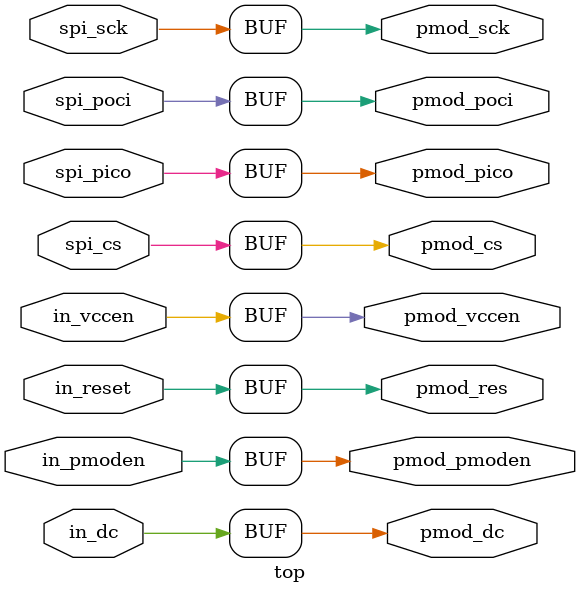
<source format=v>


// FB2_1 : ctrl0 [PF1]
// FB2_2 : ctrl1 [PF0]
// FB2_3 : ctrl2 [PB8 (BOOT0)] (only when in CTRL mode, otherwise floating)
// FB2_4 : ctrl3 [PB1]         (only when in CTRL mode, otherwise floating)
// FB2_5 : clk0  (GCK0)
// FB2_6 : clk1  (GCK1)
// FB2_7 : clk2  (GCK2)
// FB2_8 : nc
// FB2_9 : data0 [PA0] (         USART2_CTS)
// FB2_10: data1 [PA1] (         USART2_RTS)
// FB2_11: data2 [PA2] (         USART2_TX)
// FB2_12: data3 [PA3] (         USART2_RX)
// FB2_13: data4 [PA4] (SPI_NSS, USART2_CK)
// FB2_14: data5 [PA5] (SPI_SCK)
// FB2_15: data6 [PA6] (SPI_POCI)
// FB2_16: data7 [PA7] (SPI_PICO)

// FB3_1 : input

// PMOD OLEDrgb: https://digilent.com/reference/pmod/pmodoledrgb/reference-manual
//
// pmod0 = CS     [PA4]
// pmod1 = PICO   [PA7]
// pmod2 = nc     [PA6] (no POCI signal).
// pmod3 = SCK    [PA5]
//
// pmod4 = D/C    (data/command)
// pmod5 = RES    (reset)
// pmod6 = VCCEN  (power on display VCC)
// pmod7 = PMODEN (VDD logic voltage control)

module top(pmod_cs, pmod_pico, pmod_poci, pmod_sck, pmod_dc, pmod_res, pmod_vccen, pmod_pmoden,
           spi_cs, spi_pico, spi_poci, spi_sck, in_dc, in_reset, in_vccen, in_pmoden);
   // NOTE: Must use LOC attributes rather than a .ucf file
   (* LOC = "FB2_9" *)  input wire in_dc;   
   (* LOC = "FB2_10" *) input wire in_reset;   
   (* LOC = "FB2_11" *) input wire in_vccen;   
   (* LOC = "FB2_12" *) input wire in_pmoden;   
   (* LOC = "FB2_13" *) input wire spi_cs;   
   (* LOC = "FB2_14" *) input wire spi_sck;   
   (* LOC = "FB2_15" *) input wire spi_poci; 
   (* LOC = "FB2_16" *) input wire spi_pico;   

   (* LOC = "FB1_1" *) output pmod_cs;   
   (* LOC = "FB1_2" *) output pmod_pico;
   (* LOC = "FB1_3" *) output pmod_poci;   
   (* LOC = "FB1_4" *) output pmod_sck;   
   
   (* LOC = "FB1_5" *) output pmod_dc;   
   (* LOC = "FB1_6" *) output pmod_res;   
   (* LOC = "FB1_7" *) output pmod_vccen;   
   (* LOC = "FB1_8" *) output pmod_pmoden;   
   // (* LOC = "FB1_9" *) output led4;   
   // (* LOC = "FB1_10" *) output led5;   
   // (* LOC = "FB1_11" *) output led6;   
   // (* LOC = "FB1_12" *) output led7;

   assign pmod_cs = spi_cs;
   assign pmod_pico = spi_pico;
   assign pmod_poci = spi_poci;   
   assign pmod_sck = spi_sck;
   
   assign pmod_dc = in_dc;
   assign pmod_res = in_reset;
   assign pmod_vccen = in_vccen;
   assign pmod_pmoden = in_pmoden;
   
endmodule // top

</source>
